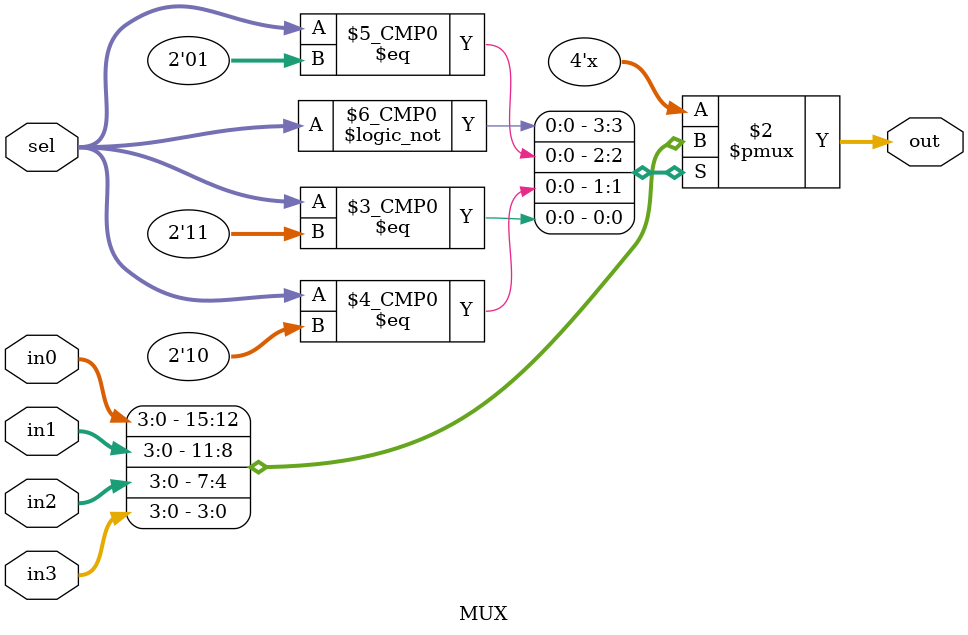
<source format=v>
module MUX(
    output reg [3:0] out,
    input [3:0] in0,
    input [3:0] in1,
    input [3:0] in2,
    input [3:0] in3,
    input [1:0] sel
      );
      
      
    always@(*) begin
        case(sel)
        0: out = in0;
        1: out = in1;
        2: out = in2;
        3: out = in3;
        default: out = in0;
        
    endcase
  
    end  
  
endmodule

</source>
